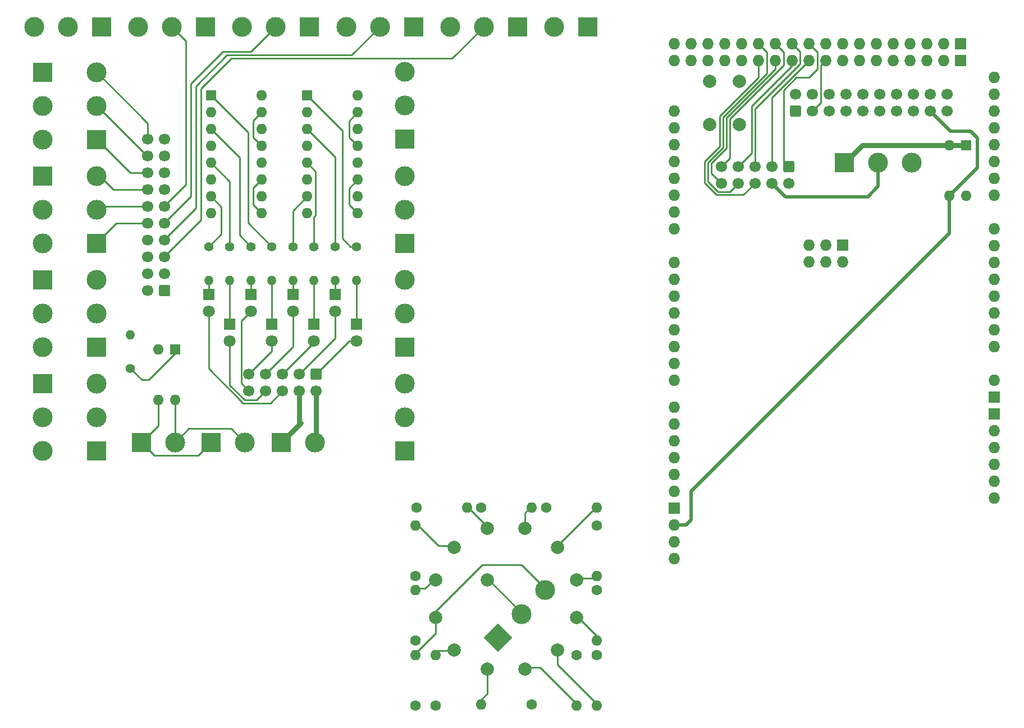
<source format=gbr>
%TF.GenerationSoftware,KiCad,Pcbnew,7.0.6*%
%TF.CreationDate,2023-09-19T13:45:42+08:00*%
%TF.ProjectId,ControlPanelPanelized,436f6e74-726f-46c5-9061-6e656c50616e,rev?*%
%TF.SameCoordinates,Original*%
%TF.FileFunction,Copper,L1,Top*%
%TF.FilePolarity,Positive*%
%FSLAX46Y46*%
G04 Gerber Fmt 4.6, Leading zero omitted, Abs format (unit mm)*
G04 Created by KiCad (PCBNEW 7.0.6) date 2023-09-19 13:45:42*
%MOMM*%
%LPD*%
G01*
G04 APERTURE LIST*
G04 Aperture macros list*
%AMRoundRect*
0 Rectangle with rounded corners*
0 $1 Rounding radius*
0 $2 $3 $4 $5 $6 $7 $8 $9 X,Y pos of 4 corners*
0 Add a 4 corners polygon primitive as box body*
4,1,4,$2,$3,$4,$5,$6,$7,$8,$9,$2,$3,0*
0 Add four circle primitives for the rounded corners*
1,1,$1+$1,$2,$3*
1,1,$1+$1,$4,$5*
1,1,$1+$1,$6,$7*
1,1,$1+$1,$8,$9*
0 Add four rect primitives between the rounded corners*
20,1,$1+$1,$2,$3,$4,$5,0*
20,1,$1+$1,$4,$5,$6,$7,0*
20,1,$1+$1,$6,$7,$8,$9,0*
20,1,$1+$1,$8,$9,$2,$3,0*%
%AMRotRect*
0 Rectangle, with rotation*
0 The origin of the aperture is its center*
0 $1 length*
0 $2 width*
0 $3 Rotation angle, in degrees counterclockwise*
0 Add horizontal line*
21,1,$1,$2,0,0,$3*%
G04 Aperture macros list end*
%TA.AperFunction,ComponentPad*%
%ADD10C,2.000000*%
%TD*%
%TA.AperFunction,ComponentPad*%
%ADD11C,1.600000*%
%TD*%
%TA.AperFunction,ComponentPad*%
%ADD12O,1.600000X1.600000*%
%TD*%
%TA.AperFunction,ComponentPad*%
%ADD13RotRect,3.000000X3.000000X45.000000*%
%TD*%
%TA.AperFunction,ComponentPad*%
%ADD14C,3.000000*%
%TD*%
%TA.AperFunction,ComponentPad*%
%ADD15RoundRect,0.250000X-0.600000X0.600000X-0.600000X-0.600000X0.600000X-0.600000X0.600000X0.600000X0*%
%TD*%
%TA.AperFunction,ComponentPad*%
%ADD16C,1.700000*%
%TD*%
%TA.AperFunction,ComponentPad*%
%ADD17RoundRect,0.250000X0.600000X-0.600000X0.600000X0.600000X-0.600000X0.600000X-0.600000X-0.600000X0*%
%TD*%
%TA.AperFunction,ComponentPad*%
%ADD18R,1.600000X1.600000*%
%TD*%
%TA.AperFunction,ComponentPad*%
%ADD19O,1.727200X1.727200*%
%TD*%
%TA.AperFunction,ComponentPad*%
%ADD20R,1.727200X1.727200*%
%TD*%
%TA.AperFunction,ComponentPad*%
%ADD21R,3.000000X3.000000*%
%TD*%
%TA.AperFunction,ComponentPad*%
%ADD22R,1.800000X1.800000*%
%TD*%
%TA.AperFunction,ComponentPad*%
%ADD23C,1.800000*%
%TD*%
%TA.AperFunction,ComponentPad*%
%ADD24C,1.400000*%
%TD*%
%TA.AperFunction,ComponentPad*%
%ADD25O,1.400000X1.400000*%
%TD*%
%TA.AperFunction,ComponentPad*%
%ADD26RoundRect,0.250000X0.600000X0.600000X-0.600000X0.600000X-0.600000X-0.600000X0.600000X-0.600000X0*%
%TD*%
%TA.AperFunction,Conductor*%
%ADD27C,0.250000*%
%TD*%
%TA.AperFunction,Conductor*%
%ADD28C,0.500000*%
%TD*%
%TA.AperFunction,Conductor*%
%ADD29C,0.750000*%
%TD*%
G04 APERTURE END LIST*
D10*
%TO.P,J8,1,Pin_1*%
%TO.N,N/C*%
X121867893Y-127360067D03*
%TD*%
%TO.P,J7,1,Pin_1*%
%TO.N,N/C*%
X124714902Y-122428902D03*
%TD*%
%TO.P,J1,1,Pin_1*%
%TO.N,N/C*%
X103464534Y-116734882D03*
%TD*%
%TO.P,J5,1,Pin_1*%
%TO.N,N/C*%
X121867892Y-111803717D03*
%TD*%
%TO.P,J13,1,Pin_1*%
%TO.N,N/C*%
X111261291Y-116753465D03*
%TD*%
%TO.P,J2,1,Pin_1*%
%TO.N,N/C*%
X106311542Y-111803718D03*
%TD*%
%TO.P,J11,1,Pin_1*%
%TO.N,N/C*%
X106311543Y-127360068D03*
%TD*%
%TO.P,J4,1,Pin_1*%
%TO.N,N/C*%
X116936728Y-108956709D03*
%TD*%
%TO.P,J10,1,Pin_1*%
%TO.N,Net-(J10-Pin_1)*%
X111242709Y-130207077D03*
%TD*%
%TO.P,J12,1,Pin_1*%
%TO.N,N/C*%
X103464535Y-122428902D03*
%TD*%
%TO.P,J9,1,Pin_1*%
%TO.N,N/C*%
X116936727Y-130207075D03*
%TD*%
%TO.P,J3,1,Pin_1*%
%TO.N,N/C*%
X111242709Y-108956709D03*
%TD*%
%TO.P,J6,1,Pin_1*%
%TO.N,N/C*%
X124714901Y-116734884D03*
%TD*%
D11*
%TO.P,R3,1*%
%TO.N,N/C*%
X100593291Y-105831465D03*
D12*
%TO.P,R3,2*%
X108213291Y-105831465D03*
%TD*%
D11*
%TO.P,R10,1*%
%TO.N,N/C*%
X117992291Y-135549465D03*
D12*
%TO.P,R10,2*%
%TO.N,Net-(J10-Pin_1)*%
X110372291Y-135549465D03*
%TD*%
D11*
%TO.P,R2,1*%
%TO.N,N/C*%
X100466291Y-116118465D03*
D12*
%TO.P,R2,2*%
X100466291Y-108498465D03*
%TD*%
D11*
%TO.P,R9,1*%
%TO.N,N/C*%
X124723291Y-128056465D03*
D12*
%TO.P,R9,2*%
X124723291Y-135676465D03*
%TD*%
D11*
%TO.P,R4,1*%
%TO.N,N/C*%
X110372291Y-105831465D03*
D12*
%TO.P,R4,2*%
X117992291Y-105831465D03*
%TD*%
D13*
%TO.P,J14,1,Pin_1*%
%TO.N,N/C*%
X112863424Y-125488747D03*
D14*
%TO.P,J14,2,Pin_2*%
X116455526Y-121896645D03*
%TO.P,J14,3,Pin_3*%
X120047629Y-118304542D03*
%TD*%
D11*
%TO.P,R6,1*%
%TO.N,N/C*%
X127771291Y-108498465D03*
D12*
%TO.P,R6,2*%
X127771291Y-116118465D03*
%TD*%
D11*
%TO.P,R11,1*%
%TO.N,Net-(J10-Pin_1)*%
X103514291Y-135676465D03*
D12*
%TO.P,R11,2*%
%TO.N,N/C*%
X103514291Y-128056465D03*
%TD*%
D11*
%TO.P,R7,1*%
%TO.N,N/C*%
X127771291Y-118277465D03*
D12*
%TO.P,R7,2*%
X127771291Y-125897465D03*
%TD*%
D11*
%TO.P,R8,1*%
%TO.N,N/C*%
X127771291Y-128056465D03*
D12*
%TO.P,R8,2*%
X127771291Y-135676465D03*
%TD*%
D11*
%TO.P,R5,1*%
%TO.N,N/C*%
X120151291Y-105831465D03*
D12*
%TO.P,R5,2*%
X127771291Y-105831465D03*
%TD*%
D11*
%TO.P,R1,1*%
%TO.N,N/C*%
X100466291Y-125897465D03*
D12*
%TO.P,R1,2*%
X100466291Y-118277465D03*
%TD*%
D11*
%TO.P,R12,1*%
%TO.N,N/C*%
X100466291Y-135676465D03*
D12*
%TO.P,R12,2*%
X100466291Y-128056465D03*
%TD*%
D15*
%TO.P,J3,1,Pin_1*%
%TO.N,/A_ON*%
X156718000Y-54356000D03*
D16*
%TO.P,J3,2,Pin_2*%
%TO.N,/GND*%
X156718000Y-56896000D03*
%TO.P,J3,3,Pin_3*%
%TO.N,/A_OFF*%
X154178000Y-54356000D03*
%TO.P,J3,4,Pin_4*%
%TO.N,/3V3*%
X154178000Y-56896000D03*
%TO.P,J3,5,Pin_5*%
%TO.N,/B_ON*%
X151638000Y-54356000D03*
%TO.P,J3,6,Pin_6*%
%TO.N,/D30*%
X151638000Y-56896000D03*
%TO.P,J3,7,Pin_7*%
%TO.N,/B_OFF*%
X149098000Y-54356000D03*
%TO.P,J3,8,Pin_8*%
%TO.N,/D31*%
X149098000Y-56896000D03*
%TO.P,J3,9,Pin_9*%
%TO.N,/C_ON*%
X146558000Y-54356000D03*
%TO.P,J3,10,Pin_10*%
%TO.N,/C_OFF*%
X146558000Y-56896000D03*
%TD*%
D17*
%TO.P,J1,1,Pin_1*%
%TO.N,/D39*%
X157734000Y-45974000D03*
D16*
%TO.P,J1,2,Pin_2*%
%TO.N,/D40*%
X157734000Y-43434000D03*
%TO.P,J1,3,Pin_3*%
%TO.N,/D38*%
X160274000Y-45974000D03*
%TO.P,J1,4,Pin_4*%
%TO.N,/D41*%
X160274000Y-43434000D03*
%TO.P,J1,5,Pin_5*%
%TO.N,/A0*%
X162814000Y-45974000D03*
%TO.P,J1,6,Pin_6*%
%TO.N,/D42*%
X162814000Y-43434000D03*
%TO.P,J1,7,Pin_7*%
%TO.N,/A1*%
X165354000Y-45974000D03*
%TO.P,J1,8,Pin_8*%
%TO.N,/D43*%
X165354000Y-43434000D03*
%TO.P,J1,9,Pin_9*%
%TO.N,/A2*%
X167894000Y-45974000D03*
%TO.P,J1,10,Pin_10*%
%TO.N,/D44*%
X167894000Y-43434000D03*
%TO.P,J1,11,Pin_11*%
%TO.N,/A3*%
X170434000Y-45974000D03*
%TO.P,J1,12,Pin_12*%
%TO.N,/D45*%
X170434000Y-43434000D03*
%TO.P,J1,13,Pin_13*%
%TO.N,/A4*%
X172974000Y-45974000D03*
%TO.P,J1,14,Pin_14*%
%TO.N,/D46*%
X172974000Y-43434000D03*
%TO.P,J1,15,Pin_15*%
%TO.N,N/C*%
X175514000Y-45974000D03*
%TO.P,J1,16,Pin_16*%
%TO.N,/D47*%
X175514000Y-43434000D03*
%TO.P,J1,17,Pin_17*%
%TO.N,/AREF*%
X178054000Y-45974000D03*
%TO.P,J1,18,Pin_18*%
%TO.N,/D48*%
X178054000Y-43434000D03*
%TO.P,J1,19,Pin_19*%
%TO.N,/GND*%
X180594000Y-45974000D03*
%TO.P,J1,20,Pin_20*%
%TO.N,/D49*%
X180594000Y-43434000D03*
%TD*%
D18*
%TO.P,SW2,1*%
%TO.N,/5V*%
X183482000Y-51134000D03*
D12*
%TO.P,SW2,2*%
X180942000Y-51134000D03*
%TO.P,SW2,3*%
%TO.N,/AREF*%
X180942000Y-58754000D03*
%TO.P,SW2,4*%
%TO.N,/VIN*%
X183482000Y-58754000D03*
%TD*%
D19*
%TO.P,XA1,*%
%TO.N,*%
X187706000Y-104394000D03*
%TO.P,XA1,3V3,3.3V*%
%TO.N,N/C*%
X187706000Y-96774000D03*
%TO.P,XA1,5V1,5V*%
X187706000Y-94234000D03*
%TO.P,XA1,5V2,SPI_5V*%
X159766000Y-66167000D03*
%TO.P,XA1,5V3,5V*%
X139446000Y-38354000D03*
%TO.P,XA1,5V4,5V*%
X139446000Y-35814000D03*
%TO.P,XA1,A0,A0*%
%TO.N,/A0*%
X187706000Y-81534000D03*
%TO.P,XA1,A1,A1*%
%TO.N,/A1*%
X187706000Y-78994000D03*
%TO.P,XA1,A2,A2*%
%TO.N,/A2*%
X187706000Y-76454000D03*
%TO.P,XA1,A3,A3*%
%TO.N,/A3*%
X187706000Y-73914000D03*
%TO.P,XA1,A4,A4*%
%TO.N,/A4*%
X187706000Y-71374000D03*
%TO.P,XA1,A5,A5*%
%TO.N,N/C*%
X187706000Y-68834000D03*
%TO.P,XA1,A6,A6*%
X187706000Y-66294000D03*
%TO.P,XA1,A7,A7*%
X187706000Y-63754000D03*
%TO.P,XA1,A8,A8*%
X187706000Y-58674000D03*
%TO.P,XA1,A9,A9*%
X187706000Y-56134000D03*
%TO.P,XA1,A10,A10*%
X187706000Y-53594000D03*
%TO.P,XA1,A11,A11*%
X187706000Y-51054000D03*
%TO.P,XA1,A12,A12*%
X187706000Y-48514000D03*
%TO.P,XA1,A13,A13*%
X187706000Y-45974000D03*
%TO.P,XA1,A14,A14*%
X187706000Y-43434000D03*
%TO.P,XA1,A15,A15*%
X187706000Y-40894000D03*
%TO.P,XA1,AREF,AREF*%
%TO.N,/AREF*%
X139446000Y-108458000D03*
%TO.P,XA1,D0,D0/RX0*%
%TO.N,N/C*%
X139446000Y-68834000D03*
%TO.P,XA1,D1,D1/TX0*%
X139446000Y-71374000D03*
%TO.P,XA1,D2,D2_INT0*%
X139446000Y-73914000D03*
%TO.P,XA1,D3,D3_INT1*%
X139446000Y-76454000D03*
%TO.P,XA1,D4,D4*%
X139446000Y-78994000D03*
%TO.P,XA1,D5,D5*%
X139446000Y-81534000D03*
%TO.P,XA1,D6,D6*%
X139446000Y-84074000D03*
%TO.P,XA1,D7,D7*%
X139446000Y-86614000D03*
%TO.P,XA1,D8,D8*%
X139446000Y-90678000D03*
%TO.P,XA1,D9,D9*%
X139446000Y-93218000D03*
%TO.P,XA1,D10,D10*%
X139446000Y-95758000D03*
%TO.P,XA1,D11,D11*%
X139446000Y-98298000D03*
%TO.P,XA1,D12,D12*%
X139446000Y-100838000D03*
%TO.P,XA1,D13,D13*%
X139446000Y-103378000D03*
%TO.P,XA1,D14,D14/TX3*%
X139446000Y-63754000D03*
%TO.P,XA1,D15,D15/RX3*%
X139446000Y-61214000D03*
%TO.P,XA1,D16,D16/TX2*%
X139446000Y-58674000D03*
%TO.P,XA1,D17,D17/RX2*%
X139446000Y-56134000D03*
%TO.P,XA1,D18,D18/TX1*%
X139446000Y-53594000D03*
%TO.P,XA1,D19,D19/RX1*%
X139446000Y-51054000D03*
%TO.P,XA1,D20,D20/SDA*%
X139446000Y-48514000D03*
%TO.P,XA1,D21,D21/SCL*%
X139446000Y-45974000D03*
%TO.P,XA1,D22,D22*%
X141986000Y-38354000D03*
%TO.P,XA1,D23,D23*%
X141986000Y-35814000D03*
%TO.P,XA1,D24,D24*%
X144526000Y-38354000D03*
%TO.P,XA1,D25,D25*%
X144526000Y-35814000D03*
%TO.P,XA1,D26,D26*%
X147066000Y-38354000D03*
%TO.P,XA1,D27,D27*%
X147066000Y-35814000D03*
%TO.P,XA1,D28,D28*%
X149606000Y-38354000D03*
%TO.P,XA1,D29,D29*%
X149606000Y-35814000D03*
%TO.P,XA1,D30,D30*%
%TO.N,/D30*%
X152146000Y-38354000D03*
%TO.P,XA1,D31,D31*%
%TO.N,/D31*%
X152146000Y-35814000D03*
%TO.P,XA1,D32,D32*%
%TO.N,/C_OFF*%
X154686000Y-38354000D03*
%TO.P,XA1,D33,D33*%
%TO.N,/C_ON*%
X154686000Y-35814000D03*
%TO.P,XA1,D34,D34*%
%TO.N,/B_OFF*%
X157226000Y-38354000D03*
%TO.P,XA1,D35,D35*%
%TO.N,/B_ON*%
X157226000Y-35814000D03*
%TO.P,XA1,D36,D36*%
%TO.N,/A_OFF*%
X159766000Y-38354000D03*
%TO.P,XA1,D37,D37*%
%TO.N,/A_ON*%
X159766000Y-35814000D03*
%TO.P,XA1,D38,D38*%
%TO.N,/D38*%
X162306000Y-38354000D03*
%TO.P,XA1,D39,D39*%
%TO.N,/D39*%
X162306000Y-35814000D03*
%TO.P,XA1,D40,D40*%
%TO.N,/D40*%
X164846000Y-38354000D03*
%TO.P,XA1,D41,D41*%
%TO.N,/D41*%
X164846000Y-35814000D03*
%TO.P,XA1,D42,D42*%
%TO.N,/D42*%
X167386000Y-38354000D03*
%TO.P,XA1,D43,D43*%
%TO.N,/D43*%
X167386000Y-35814000D03*
%TO.P,XA1,D44,D44*%
%TO.N,/D44*%
X169926000Y-38354000D03*
%TO.P,XA1,D45,D45*%
%TO.N,/D45*%
X169926000Y-35814000D03*
%TO.P,XA1,D46,D46*%
%TO.N,/D46*%
X172466000Y-38354000D03*
%TO.P,XA1,D47,D47*%
%TO.N,/D47*%
X172466000Y-35814000D03*
%TO.P,XA1,D48,D48*%
%TO.N,/D48*%
X175006000Y-38354000D03*
%TO.P,XA1,D49,D49*%
%TO.N,/D49*%
X175006000Y-35814000D03*
%TO.P,XA1,D50,D50_MISO*%
%TO.N,N/C*%
X177546000Y-38354000D03*
%TO.P,XA1,D51,D51_MOSI*%
X177546000Y-35814000D03*
%TO.P,XA1,D52,D52_SCK*%
X180086000Y-38354000D03*
%TO.P,XA1,D53,D53_CS*%
X180086000Y-35814000D03*
D20*
%TO.P,XA1,GND1,GND*%
%TO.N,/GND*%
X139446000Y-105918000D03*
%TO.P,XA1,GND2,GND*%
X187706000Y-91694000D03*
%TO.P,XA1,GND3,GND*%
X187706000Y-89154000D03*
%TO.P,XA1,GND4,SPI_GND*%
X164846000Y-66167000D03*
%TO.P,XA1,GND5,GND*%
X182626000Y-38354000D03*
%TO.P,XA1,GND6,GND*%
X182626000Y-35814000D03*
D19*
%TO.P,XA1,IORF,IOREF*%
%TO.N,N/C*%
X187706000Y-101854000D03*
%TO.P,XA1,MISO,SPI_MISO*%
X159766000Y-68707000D03*
%TO.P,XA1,MOSI,SPI_MOSI*%
X162306000Y-66167000D03*
%TO.P,XA1,RST1,RESET*%
%TO.N,/RST*%
X187706000Y-99314000D03*
%TO.P,XA1,RST2,SPI_RESET*%
%TO.N,N/C*%
X164846000Y-68707000D03*
%TO.P,XA1,SCK,SPI_SCK*%
X162306000Y-68707000D03*
%TO.P,XA1,SCL,SCL*%
X139446000Y-113538000D03*
%TO.P,XA1,SDA,SDA*%
X139446000Y-110998000D03*
%TO.P,XA1,VIN,VIN*%
X187706000Y-86614000D03*
%TD*%
D21*
%TO.P,J2,1,Pin_1*%
%TO.N,/5V*%
X165174000Y-53784000D03*
D14*
%TO.P,J2,2,Pin_2*%
%TO.N,/3V3*%
X170254000Y-53784000D03*
%TO.P,J2,3,Pin_3*%
%TO.N,/GND*%
X175334000Y-53784000D03*
%TD*%
D10*
%TO.P,SW1,1,1*%
%TO.N,/GND*%
X149316000Y-41454000D03*
X149316000Y-47954000D03*
%TO.P,SW1,2,2*%
%TO.N,/RST*%
X144816000Y-41454000D03*
X144816000Y-47954000D03*
%TD*%
D22*
%TO.P,D8,1,K*%
%TO.N,Net-(D8-K)*%
X69289400Y-73647600D03*
D23*
%TO.P,D8,2,A*%
%TO.N,N/C*%
X69289400Y-76187600D03*
%TD*%
D22*
%TO.P,D7,1,K*%
%TO.N,Net-(D7-K)*%
X72464400Y-78147600D03*
D23*
%TO.P,D7,2,A*%
%TO.N,N/C*%
X72464400Y-80687600D03*
%TD*%
D22*
%TO.P,D5,1,K*%
%TO.N,Net-(D5-K)*%
X78814400Y-78147600D03*
D23*
%TO.P,D5,2,A*%
%TO.N,/C_ON*%
X78814400Y-80687600D03*
%TD*%
D22*
%TO.P,D2,1,K*%
%TO.N,Net-(D2-K)*%
X88339400Y-73647600D03*
D23*
%TO.P,D2,2,A*%
%TO.N,/A_OFF*%
X88339400Y-76187600D03*
%TD*%
D21*
%TO.P,J12,1,Pin_1*%
%TO.N,/5V*%
X126401400Y-33273000D03*
D14*
%TO.P,J12,2,Pin_2*%
%TO.N,/GND*%
X121321400Y-33273000D03*
%TD*%
D22*
%TO.P,D4,1,K*%
%TO.N,Net-(D4-K)*%
X81989400Y-73647600D03*
D23*
%TO.P,D4,2,A*%
%TO.N,/B_OFF*%
X81989400Y-76187600D03*
%TD*%
D22*
%TO.P,D1,1,K*%
%TO.N,Net-(D1-K)*%
X91523050Y-78142200D03*
D23*
%TO.P,D1,2,A*%
%TO.N,/A_ON*%
X91523050Y-80682200D03*
%TD*%
D22*
%TO.P,D6,1,K*%
%TO.N,Net-(D6-K)*%
X75639400Y-73647600D03*
D23*
%TO.P,D6,2,A*%
%TO.N,/C_OFF*%
X75639400Y-76187600D03*
%TD*%
D22*
%TO.P,D3,1,K*%
%TO.N,Net-(D3-K)*%
X85164400Y-78147600D03*
D23*
%TO.P,D3,2,A*%
%TO.N,/B_ON*%
X85164400Y-80687600D03*
%TD*%
D15*
%TO.P,IDC_RF1,1,Pin_1*%
%TO.N,/A_ON*%
X85493800Y-85661000D03*
D16*
%TO.P,IDC_RF1,2,Pin_2*%
%TO.N,/GND*%
X85493800Y-88201000D03*
%TO.P,IDC_RF1,3,Pin_3*%
%TO.N,/A_OFF*%
X82953800Y-85661000D03*
%TO.P,IDC_RF1,4,Pin_4*%
%TO.N,/3V3*%
X82953800Y-88201000D03*
%TO.P,IDC_RF1,5,Pin_5*%
%TO.N,/B_ON*%
X80413800Y-85661000D03*
%TO.P,IDC_RF1,6,Pin_6*%
%TO.N,N/C*%
X80413800Y-88201000D03*
%TO.P,IDC_RF1,7,Pin_7*%
%TO.N,/B_OFF*%
X77873800Y-85661000D03*
%TO.P,IDC_RF1,8,Pin_8*%
%TO.N,N/C*%
X77873800Y-88201000D03*
%TO.P,IDC_RF1,9,Pin_9*%
%TO.N,/C_ON*%
X75333800Y-85661000D03*
%TO.P,IDC_RF1,10,Pin_10*%
%TO.N,/C_OFF*%
X75333800Y-88201000D03*
%TD*%
D21*
%TO.P,J19,1,Pin_1*%
%TO.N,Net-(J19-Pin_1)*%
X98863400Y-65906400D03*
D14*
%TO.P,J19,2,Pin_2*%
%TO.N,Net-(J19-Pin_2)*%
X98863400Y-60826400D03*
%TO.P,J19,3,Pin_3*%
%TO.N,Net-(J19-Pin_3)*%
X98863400Y-55746400D03*
%TD*%
D24*
%TO.P,R1,1*%
%TO.N,Net-(R1-Pad1)*%
X57456800Y-84807600D03*
D25*
%TO.P,R1,2*%
%TO.N,/5V*%
X57456800Y-79727600D03*
%TD*%
D21*
%TO.P,J5,1,Pin_1*%
%TO.N,N/C*%
X52317400Y-50251200D03*
D14*
%TO.P,J5,2,Pin_2*%
X52317400Y-45171200D03*
%TO.P,J5,3,Pin_3*%
X52317400Y-40091200D03*
%TD*%
D24*
%TO.P,R2,1*%
%TO.N,Net-(R2-Pad1)*%
X91523050Y-66408600D03*
D25*
%TO.P,R2,2*%
%TO.N,Net-(D1-K)*%
X91523050Y-71488600D03*
%TD*%
D21*
%TO.P,J20,1,Pin_1*%
%TO.N,Net-(J20-Pin_1)*%
X98863400Y-81578200D03*
D14*
%TO.P,J20,2,Pin_2*%
%TO.N,Net-(J20-Pin_2)*%
X98863400Y-76498200D03*
%TO.P,J20,3,Pin_3*%
%TO.N,Net-(J20-Pin_3)*%
X98863400Y-71418200D03*
%TD*%
D18*
%TO.P,U1,1*%
%TO.N,Net-(R1-Pad1)*%
X64171400Y-81962600D03*
D12*
%TO.P,U1,2*%
%TO.N,N/C*%
X61631400Y-81962600D03*
%TO.P,U1,3*%
%TO.N,Net-(J10-Pin_1)*%
X61631400Y-89582600D03*
%TO.P,U1,4*%
%TO.N,Net-(J10-Pin_2)*%
X64171400Y-89582600D03*
%TD*%
D21*
%TO.P,J2,1,Pin_1*%
%TO.N,/GND*%
X44253400Y-55767400D03*
D14*
%TO.P,J2,2,Pin_2*%
X44253400Y-60847400D03*
%TO.P,J2,3,Pin_3*%
X44253400Y-65927400D03*
%TD*%
D21*
%TO.P,J17,1,Pin_1*%
%TO.N,/5V*%
X115824000Y-33274000D03*
D14*
%TO.P,J17,2,Pin_2*%
%TO.N,N/C*%
X110744000Y-33274000D03*
%TO.P,J17,3,Pin_3*%
%TO.N,/GND*%
X105664000Y-33274000D03*
%TD*%
D24*
%TO.P,R9,1*%
%TO.N,Net-(R9-Pad1)*%
X69289400Y-66414000D03*
D25*
%TO.P,R9,2*%
%TO.N,Net-(D8-K)*%
X69289400Y-71494000D03*
%TD*%
D24*
%TO.P,R4,1*%
%TO.N,Net-(R4-Pad1)*%
X85164400Y-66414000D03*
D25*
%TO.P,R4,2*%
%TO.N,Net-(D3-K)*%
X85164400Y-71494000D03*
%TD*%
D21*
%TO.P,J3,1,Pin_1*%
%TO.N,/GND*%
X44253400Y-71439200D03*
D14*
%TO.P,J3,2,Pin_2*%
X44253400Y-76519200D03*
%TO.P,J3,3,Pin_3*%
X44253400Y-81599200D03*
%TD*%
D21*
%TO.P,J15,1,Pin_1*%
%TO.N,/5V*%
X84480400Y-33274000D03*
D14*
%TO.P,J15,2,Pin_2*%
%TO.N,N/C*%
X79400400Y-33274000D03*
%TO.P,J15,3,Pin_3*%
%TO.N,/GND*%
X74320400Y-33274000D03*
%TD*%
D24*
%TO.P,R8,1*%
%TO.N,Net-(R8-Pad1)*%
X72464400Y-66414000D03*
D25*
%TO.P,R8,2*%
%TO.N,Net-(D7-K)*%
X72464400Y-71494000D03*
%TD*%
D21*
%TO.P,J21,1,Pin_1*%
%TO.N,Net-(J21-Pin_1)*%
X98863400Y-97247800D03*
D14*
%TO.P,J21,2,Pin_2*%
%TO.N,Net-(J21-Pin_2)*%
X98863400Y-92167800D03*
%TO.P,J21,3,Pin_3*%
%TO.N,Net-(J21-Pin_3)*%
X98863400Y-87087800D03*
%TD*%
D24*
%TO.P,R6,1*%
%TO.N,Net-(R6-Pad1)*%
X78814400Y-66414000D03*
D25*
%TO.P,R6,2*%
%TO.N,Net-(D5-K)*%
X78814400Y-71494000D03*
%TD*%
D21*
%TO.P,J10,1,Pin_1*%
%TO.N,Net-(J10-Pin_1)*%
X69657800Y-95986600D03*
D14*
%TO.P,J10,2,Pin_2*%
%TO.N,Net-(J10-Pin_2)*%
X74737800Y-95986600D03*
%TD*%
D18*
%TO.P,U3,1*%
%TO.N,Net-(R6-Pad1)*%
X69589400Y-43624000D03*
D12*
%TO.P,U3,2*%
%TO.N,/GND*%
X69589400Y-46164000D03*
%TO.P,U3,3*%
%TO.N,Net-(R7-Pad1)*%
X69589400Y-48704000D03*
%TO.P,U3,4*%
%TO.N,/GND*%
X69589400Y-51244000D03*
%TO.P,U3,5*%
%TO.N,Net-(R8-Pad1)*%
X69589400Y-53784000D03*
%TO.P,U3,6*%
%TO.N,/GND*%
X69589400Y-56324000D03*
%TO.P,U3,7*%
%TO.N,Net-(R9-Pad1)*%
X69589400Y-58864000D03*
%TO.P,U3,8*%
%TO.N,/GND*%
X69589400Y-61404000D03*
%TO.P,U3,9*%
%TO.N,Net-(J21-Pin_1)*%
X77209400Y-61404000D03*
%TO.P,U3,10*%
%TO.N,Net-(J21-Pin_2)*%
X77209400Y-58864000D03*
%TO.P,U3,11*%
%TO.N,Net-(J21-Pin_1)*%
X77209400Y-56324000D03*
%TO.P,U3,12*%
%TO.N,Net-(J21-Pin_3)*%
X77209400Y-53784000D03*
%TO.P,U3,13*%
%TO.N,Net-(J20-Pin_1)*%
X77209400Y-51244000D03*
%TO.P,U3,14*%
%TO.N,Net-(J20-Pin_2)*%
X77209400Y-48704000D03*
%TO.P,U3,15*%
%TO.N,Net-(J20-Pin_1)*%
X77209400Y-46164000D03*
%TO.P,U3,16*%
%TO.N,Net-(J20-Pin_3)*%
X77209400Y-43624000D03*
%TD*%
D21*
%TO.P,J7,1,Pin_1*%
%TO.N,N/C*%
X52317400Y-81599200D03*
D14*
%TO.P,J7,2,Pin_2*%
X52317400Y-76519200D03*
%TO.P,J7,3,Pin_3*%
X52317400Y-71439200D03*
%TD*%
D21*
%TO.P,J9,1,Pin_1*%
%TO.N,Net-(J10-Pin_1)*%
X59091400Y-95986600D03*
D14*
%TO.P,J9,2,Pin_2*%
%TO.N,Net-(J10-Pin_2)*%
X64171400Y-95986600D03*
%TD*%
D24*
%TO.P,R5,1*%
%TO.N,Net-(R5-Pad1)*%
X81989400Y-66414000D03*
D25*
%TO.P,R5,2*%
%TO.N,Net-(D4-K)*%
X81989400Y-71494000D03*
%TD*%
D21*
%TO.P,J13,1,Pin_1*%
%TO.N,/5V*%
X53132400Y-33274000D03*
D14*
%TO.P,J13,2,Pin_2*%
%TO.N,N/C*%
X48052400Y-33274000D03*
%TO.P,J13,3,Pin_3*%
%TO.N,/GND*%
X42972400Y-33274000D03*
%TD*%
D26*
%TO.P,J11,1,Pin_1*%
%TO.N,N/C*%
X62626800Y-73076000D03*
D16*
%TO.P,J11,2,Pin_2*%
X60086800Y-73076000D03*
%TO.P,J11,3,Pin_3*%
X62626800Y-70536000D03*
%TO.P,J11,4,Pin_4*%
X60086800Y-70536000D03*
%TO.P,J11,5,Pin_5*%
X62626800Y-67996000D03*
%TO.P,J11,6,Pin_6*%
X60086800Y-67996000D03*
%TO.P,J11,7,Pin_7*%
X62626800Y-65456000D03*
%TO.P,J11,8,Pin_8*%
X60086800Y-65456000D03*
%TO.P,J11,9,Pin_9*%
X62626800Y-62916000D03*
%TO.P,J11,10,Pin_10*%
X60086800Y-62916000D03*
%TO.P,J11,11,Pin_11*%
X62626800Y-60376000D03*
%TO.P,J11,12,Pin_12*%
X60086800Y-60376000D03*
%TO.P,J11,13,Pin_13*%
X62626800Y-57836000D03*
%TO.P,J11,14,Pin_14*%
X60086800Y-57836000D03*
%TO.P,J11,15,Pin_15*%
%TO.N,unconnected-(J11-Pin_15-Pad15)*%
X62626800Y-55296000D03*
%TO.P,J11,16,Pin_16*%
%TO.N,N/C*%
X60086800Y-55296000D03*
%TO.P,J11,17,Pin_17*%
%TO.N,/5V*%
X62626800Y-52756000D03*
%TO.P,J11,18,Pin_18*%
%TO.N,N/C*%
X60086800Y-52756000D03*
%TO.P,J11,19,Pin_19*%
%TO.N,/GND*%
X62626800Y-50216000D03*
%TO.P,J11,20,Pin_20*%
%TO.N,N/C*%
X60086800Y-50216000D03*
%TD*%
D21*
%TO.P,J14,1,Pin_1*%
%TO.N,/5V*%
X68808600Y-33274000D03*
D14*
%TO.P,J14,2,Pin_2*%
%TO.N,N/C*%
X63728600Y-33274000D03*
%TO.P,J14,3,Pin_3*%
%TO.N,/GND*%
X58648600Y-33274000D03*
%TD*%
D21*
%TO.P,J4,1,Pin_1*%
%TO.N,/GND*%
X44253400Y-87108800D03*
D14*
%TO.P,J4,2,Pin_2*%
X44253400Y-92188800D03*
%TO.P,J4,3,Pin_3*%
X44253400Y-97268800D03*
%TD*%
D21*
%TO.P,J6,1,Pin_1*%
%TO.N,N/C*%
X52317400Y-65927400D03*
D14*
%TO.P,J6,2,Pin_2*%
X52317400Y-60847400D03*
%TO.P,J6,3,Pin_3*%
X52317400Y-55767400D03*
%TD*%
D21*
%TO.P,J22,1,Pin_1*%
%TO.N,/3V3*%
X80239800Y-95986600D03*
D14*
%TO.P,J22,2,Pin_2*%
%TO.N,/GND*%
X85319800Y-95986600D03*
%TD*%
D21*
%TO.P,J1,1,Pin_1*%
%TO.N,/GND*%
X44253400Y-40091200D03*
D14*
%TO.P,J1,2,Pin_2*%
X44253400Y-45171200D03*
%TO.P,J1,3,Pin_3*%
X44253400Y-50251200D03*
%TD*%
D21*
%TO.P,J18,1,Pin_1*%
%TO.N,Net-(J18-Pin_1)*%
X98863400Y-50230200D03*
D14*
%TO.P,J18,2,Pin_2*%
%TO.N,Net-(J18-Pin_2)*%
X98863400Y-45150200D03*
%TO.P,J18,3,Pin_3*%
%TO.N,Net-(J18-Pin_3)*%
X98863400Y-40070200D03*
%TD*%
D24*
%TO.P,R7,1*%
%TO.N,Net-(R7-Pad1)*%
X75639400Y-66414000D03*
D25*
%TO.P,R7,2*%
%TO.N,Net-(D6-K)*%
X75639400Y-71494000D03*
%TD*%
D21*
%TO.P,J16,1,Pin_1*%
%TO.N,/5V*%
X100152200Y-33274000D03*
D14*
%TO.P,J16,2,Pin_2*%
%TO.N,N/C*%
X95072200Y-33274000D03*
%TO.P,J16,3,Pin_3*%
%TO.N,/GND*%
X89992200Y-33274000D03*
%TD*%
D24*
%TO.P,R3,1*%
%TO.N,Net-(R3-Pad1)*%
X88339400Y-66414000D03*
D25*
%TO.P,R3,2*%
%TO.N,Net-(D2-K)*%
X88339400Y-71494000D03*
%TD*%
D21*
%TO.P,J8,1,Pin_1*%
%TO.N,N/C*%
X52317400Y-97268800D03*
D14*
%TO.P,J8,2,Pin_2*%
X52317400Y-92188800D03*
%TO.P,J8,3,Pin_3*%
X52317400Y-87108800D03*
%TD*%
D18*
%TO.P,U2,1*%
%TO.N,Net-(R2-Pad1)*%
X84123050Y-43624000D03*
D12*
%TO.P,U2,2*%
%TO.N,/GND*%
X84123050Y-46164000D03*
%TO.P,U2,3*%
%TO.N,Net-(R3-Pad1)*%
X84123050Y-48704000D03*
%TO.P,U2,4*%
%TO.N,/GND*%
X84123050Y-51244000D03*
%TO.P,U2,5*%
%TO.N,Net-(R4-Pad1)*%
X84123050Y-53784000D03*
%TO.P,U2,6*%
%TO.N,/GND*%
X84123050Y-56324000D03*
%TO.P,U2,7*%
%TO.N,Net-(R5-Pad1)*%
X84123050Y-58864000D03*
%TO.P,U2,8*%
%TO.N,/GND*%
X84123050Y-61404000D03*
%TO.P,U2,9*%
%TO.N,Net-(J19-Pin_1)*%
X91743050Y-61404000D03*
%TO.P,U2,10*%
%TO.N,Net-(J19-Pin_2)*%
X91743050Y-58864000D03*
%TO.P,U2,11*%
%TO.N,Net-(J19-Pin_1)*%
X91743050Y-56324000D03*
%TO.P,U2,12*%
%TO.N,Net-(J19-Pin_3)*%
X91743050Y-53784000D03*
%TO.P,U2,13*%
%TO.N,Net-(J18-Pin_1)*%
X91743050Y-51244000D03*
%TO.P,U2,14*%
%TO.N,Net-(J18-Pin_2)*%
X91743050Y-48704000D03*
%TO.P,U2,15*%
%TO.N,Net-(J18-Pin_1)*%
X91743050Y-46164000D03*
%TO.P,U2,16*%
%TO.N,Net-(J18-Pin_3)*%
X91743050Y-43624000D03*
%TD*%
D27*
%TO.N,*%
X116404471Y-121642645D02*
X116455526Y-121642645D01*
X111261291Y-116499465D02*
X116404471Y-121642645D01*
X103464535Y-122174902D02*
X103464535Y-124804221D01*
X103464535Y-121502221D02*
X110499291Y-114467465D01*
%TO.N,Net-(J10-Pin_1)*%
X111242709Y-129953077D02*
X111242709Y-133917047D01*
%TO.N,*%
X100593291Y-108244465D02*
X100466291Y-108244465D01*
X103895291Y-127421465D02*
X103514291Y-127802465D01*
X105996146Y-127421465D02*
X103895291Y-127421465D01*
X106311542Y-111549718D02*
X103898544Y-111549718D01*
X127771291Y-125231291D02*
X127771291Y-125643465D01*
X103898544Y-111549718D02*
X100593291Y-108244465D01*
X111242709Y-108702709D02*
X108213291Y-105673291D01*
X124714902Y-122174902D02*
X127771291Y-125231291D01*
%TO.N,Net-(J10-Pin_1)*%
X111242709Y-133917047D02*
X110372291Y-134787465D01*
%TO.N,*%
X121867893Y-127106067D02*
X121867893Y-129519067D01*
X127154872Y-116480884D02*
X127771291Y-115864465D01*
X116936728Y-106633028D02*
X117992291Y-105577465D01*
X121867892Y-111549717D02*
X127771291Y-105646318D01*
X121867893Y-129519067D02*
X127771291Y-135422465D01*
X103464535Y-122174902D02*
X103464535Y-121502221D01*
X124714901Y-116480884D02*
X127154872Y-116480884D01*
X103464535Y-124804221D02*
X100466291Y-127802465D01*
X110499291Y-114467465D02*
X116464552Y-114467465D01*
X116464552Y-114467465D02*
X120047629Y-118050542D01*
X116936727Y-129953075D02*
X119253901Y-129953075D01*
X106311543Y-127106068D02*
X105996146Y-127421465D01*
X119253901Y-129953075D02*
X124723291Y-135422465D01*
X116936728Y-108702709D02*
X116936728Y-106633028D01*
X101921951Y-118023465D02*
X100466291Y-118023465D01*
X103464534Y-116480882D02*
X101921951Y-118023465D01*
%TO.N,/B_OFF*%
X151130000Y-45212000D02*
X157226000Y-39116000D01*
X151130000Y-52324000D02*
X151130000Y-45212000D01*
X149098000Y-54356000D02*
X151130000Y-52324000D01*
X157226000Y-39116000D02*
X157226000Y-38354000D01*
%TO.N,/A_ON*%
X161036000Y-37084000D02*
X159766000Y-35814000D01*
X161036000Y-39624000D02*
X161036000Y-37084000D01*
X159766000Y-40894000D02*
X161036000Y-39624000D01*
X157862396Y-40894000D02*
X159766000Y-40894000D01*
X155956000Y-42800396D02*
X157862396Y-40894000D01*
X155956000Y-53594000D02*
X155956000Y-42800396D01*
X156718000Y-54356000D02*
X155956000Y-53594000D01*
%TO.N,/D38*%
X161544000Y-39116000D02*
X162306000Y-38354000D01*
X160274000Y-45974000D02*
X161544000Y-44704000D01*
X161544000Y-44704000D02*
X161544000Y-39116000D01*
%TO.N,/D30*%
X144018000Y-53591208D02*
X146304000Y-51305208D01*
X149918000Y-58616000D02*
X145863604Y-58616000D01*
X152146000Y-40894000D02*
X152146000Y-38354000D01*
X145863604Y-58616000D02*
X144018000Y-56770396D01*
X144018000Y-56770396D02*
X144018000Y-53591208D01*
X146304000Y-46736000D02*
X152146000Y-40894000D01*
X146304000Y-51305208D02*
X146304000Y-46736000D01*
X151638000Y-56896000D02*
X149918000Y-58616000D01*
%TO.N,/C_OFF*%
X154686000Y-39626792D02*
X154686000Y-38354000D01*
X147320000Y-51562000D02*
X147320000Y-46992792D01*
X147320000Y-46992792D02*
X154686000Y-39626792D01*
X145034000Y-53848000D02*
X147320000Y-51562000D01*
X146558000Y-56896000D02*
X145034000Y-55372000D01*
X145034000Y-55372000D02*
X145034000Y-53848000D01*
D28*
%TO.N,/AREF*%
X141986000Y-107696000D02*
X141224000Y-108458000D01*
X141986000Y-103378000D02*
X141986000Y-107696000D01*
X180942000Y-58754000D02*
X180942000Y-64422000D01*
X180942000Y-64422000D02*
X141986000Y-103378000D01*
X141224000Y-108458000D02*
X139446000Y-108458000D01*
%TO.N,/3V3*%
X156210000Y-58928000D02*
X168656000Y-58928000D01*
X154178000Y-56896000D02*
X156210000Y-58928000D01*
D29*
%TO.N,/5V*%
X167824000Y-51134000D02*
X183492000Y-51134000D01*
D28*
%TO.N,/3V3*%
X168656000Y-58928000D02*
X170254000Y-57330000D01*
X170254000Y-57330000D02*
X170254000Y-54028000D01*
D29*
%TO.N,/5V*%
X165354000Y-53604000D02*
X167824000Y-51134000D01*
D27*
%TO.N,/B_ON*%
X158414600Y-38846335D02*
X158414600Y-37002600D01*
X151638000Y-45622935D02*
X158414600Y-38846335D01*
X151638000Y-54356000D02*
X151638000Y-45622935D01*
X158414600Y-37002600D02*
X157226000Y-35814000D01*
%TO.N,/C_ON*%
X147828000Y-47121188D02*
X155956000Y-38993188D01*
X155956000Y-37084000D02*
X154686000Y-35814000D01*
X155956000Y-38993188D02*
X155956000Y-37084000D01*
X147828000Y-53086000D02*
X147828000Y-47121188D01*
X146558000Y-54356000D02*
X147828000Y-53086000D01*
%TO.N,/D31*%
X146812000Y-46864396D02*
X153416000Y-40260396D01*
X146812000Y-51433604D02*
X146812000Y-46864396D01*
X144526000Y-53719604D02*
X146812000Y-51433604D01*
X153416000Y-37084000D02*
X152146000Y-35814000D01*
X149098000Y-56896000D02*
X147828000Y-58166000D01*
X144526000Y-56642000D02*
X144526000Y-53719604D01*
X147828000Y-58166000D02*
X146050000Y-58166000D01*
X146050000Y-58166000D02*
X144526000Y-56642000D01*
X153416000Y-40260396D02*
X153416000Y-37084000D01*
D28*
%TO.N,/AREF*%
X178054000Y-45974000D02*
X181102000Y-49022000D01*
X185166000Y-50038000D02*
X185166000Y-54530000D01*
X181102000Y-49022000D02*
X184150000Y-49022000D01*
X184150000Y-49022000D02*
X185166000Y-50038000D01*
X185166000Y-54530000D02*
X180942000Y-58754000D01*
D27*
%TO.N,/A_OFF*%
X154178000Y-54356000D02*
X154178000Y-43942000D01*
X154178000Y-43942000D02*
X159766000Y-38354000D01*
D29*
%TO.N,/3V3*%
X82953800Y-88201000D02*
X82953800Y-93022600D01*
D27*
%TO.N,*%
X72464400Y-87389000D02*
X74673400Y-89598000D01*
D29*
%TO.N,/3V3*%
X83203800Y-93022600D02*
X80239800Y-95986600D01*
D27*
%TO.N,*%
X74487004Y-90048000D02*
X78566800Y-90048000D01*
X74673400Y-89598000D02*
X76476800Y-89598000D01*
D29*
%TO.N,/GND*%
X85743800Y-95562600D02*
X85319800Y-95986600D01*
D27*
%TO.N,*%
X69289400Y-76187600D02*
X69289400Y-84850396D01*
X78566800Y-90048000D02*
X80413800Y-88201000D01*
X69289400Y-84850396D02*
X74487004Y-90048000D01*
X76476800Y-89598000D02*
X77873800Y-88201000D01*
X72464400Y-80687600D02*
X72464400Y-87389000D01*
D29*
%TO.N,/GND*%
X85493800Y-88201000D02*
X85493800Y-95562600D01*
D27*
%TO.N,Net-(D6-K)*%
X75639400Y-71494000D02*
X75639400Y-73647600D01*
%TO.N,Net-(D2-K)*%
X88339400Y-71494000D02*
X88339400Y-73647600D01*
%TO.N,Net-(D5-K)*%
X78814400Y-71494000D02*
X78814400Y-78147600D01*
%TO.N,Net-(D7-K)*%
X72464400Y-71494000D02*
X72464400Y-78147600D01*
%TO.N,Net-(D4-K)*%
X81989400Y-71494000D02*
X81989400Y-73647600D01*
%TO.N,Net-(D1-K)*%
X91523050Y-71488600D02*
X91523050Y-78142200D01*
%TO.N,Net-(D3-K)*%
X85164400Y-71494000D02*
X85164400Y-78147600D01*
%TO.N,/B_ON*%
X85164400Y-80910400D02*
X80413800Y-85661000D01*
X85164400Y-80687600D02*
X85164400Y-80910400D01*
%TO.N,/B_OFF*%
X81989400Y-81545400D02*
X77873800Y-85661000D01*
X81989400Y-76187600D02*
X81989400Y-81545400D01*
%TO.N,/A_OFF*%
X88339400Y-80275400D02*
X82953800Y-85661000D01*
X88339400Y-76187600D02*
X88339400Y-80275400D01*
%TO.N,/C_ON*%
X78814400Y-82180400D02*
X75333800Y-85661000D01*
X78814400Y-80687600D02*
X78814400Y-82180400D01*
%TO.N,/A_ON*%
X91523050Y-80682200D02*
X90472600Y-80682200D01*
X90472600Y-80682200D02*
X85493800Y-85661000D01*
%TO.N,Net-(D8-K)*%
X69289400Y-71494000D02*
X69289400Y-73647600D01*
%TO.N,Net-(R4-Pad1)*%
X85164400Y-61953641D02*
X85414400Y-61703641D01*
X85414400Y-61703641D02*
X85414400Y-55075350D01*
X85164400Y-66414000D02*
X85164400Y-61953641D01*
%TO.N,Net-(R8-Pad1)*%
X72445400Y-56640000D02*
X69589400Y-53784000D01*
X72464400Y-66414000D02*
X72445400Y-66395000D01*
X72445400Y-66395000D02*
X72445400Y-56640000D01*
%TO.N,Net-(R5-Pad1)*%
X81989400Y-60997650D02*
X84123050Y-58864000D01*
X81989400Y-66414000D02*
X81989400Y-60997650D01*
%TO.N,Net-(R9-Pad1)*%
X71171400Y-60446000D02*
X69589400Y-58864000D01*
X71171400Y-64532000D02*
X71171400Y-60446000D01*
X69289400Y-66414000D02*
X71171400Y-64532000D01*
%TO.N,Net-(R7-Pad1)*%
X73907400Y-64682000D02*
X73907400Y-64432000D01*
X75639400Y-66414000D02*
X73907400Y-64682000D01*
%TO.N,Net-(R6-Pad1)*%
X75177400Y-62777000D02*
X75177400Y-62527000D01*
X78814400Y-66414000D02*
X75177400Y-62777000D01*
%TO.N,Net-(R3-Pad1)*%
X88339400Y-52920350D02*
X84123050Y-48704000D01*
%TO.N,Net-(J10-Pin_2)*%
X72667200Y-93916000D02*
X66242000Y-93916000D01*
X74737800Y-95986600D02*
X72667200Y-93916000D01*
%TO.N,*%
X79400400Y-33274000D02*
X75654400Y-37020000D01*
X75654400Y-37020000D02*
X71367400Y-37020000D01*
X66541400Y-41846000D02*
X66541400Y-58864000D01*
X71367400Y-37020000D02*
X66541400Y-41846000D01*
X66541400Y-58864000D02*
X62477400Y-62928000D01*
X110744000Y-33274000D02*
X105982000Y-38036000D01*
X68065400Y-42608000D02*
X68065400Y-62420000D01*
X68065400Y-62420000D02*
X62477400Y-68008000D01*
X72637400Y-38036000D02*
X68065400Y-42608000D01*
X105982000Y-38036000D02*
X72637400Y-38036000D01*
%TO.N,Net-(J10-Pin_2)*%
X66242000Y-93916000D02*
X64171400Y-95986600D01*
%TO.N,Net-(J10-Pin_1)*%
X69657800Y-95986600D02*
X67664400Y-97980000D01*
X67664400Y-97980000D02*
X61084800Y-97980000D01*
X61084800Y-97980000D02*
X59091400Y-95986600D01*
X61631400Y-89582600D02*
X61631400Y-93446600D01*
%TO.N,Net-(J10-Pin_2)*%
X64171400Y-89582600D02*
X64171400Y-95986600D01*
%TO.N,Net-(J10-Pin_1)*%
X61631400Y-93446600D02*
X59091400Y-95986600D01*
%TO.N,*%
X52329400Y-60376000D02*
X52317400Y-60388000D01*
X59925400Y-60376000D02*
X52329400Y-60376000D01*
X59937400Y-60388000D02*
X59925400Y-60376000D01*
%TO.N,Net-(R1-Pad1)*%
X59199200Y-86550000D02*
X57456800Y-84807600D01*
X64171400Y-82570000D02*
X60191400Y-86550000D01*
X64171400Y-81962600D02*
X64171400Y-82570000D01*
X60191400Y-86550000D02*
X59199200Y-86550000D01*
%TO.N,*%
X65779400Y-35369000D02*
X63493400Y-33083000D01*
X62477400Y-60388000D02*
X65779400Y-57086000D01*
X65779400Y-57086000D02*
X65779400Y-35369000D01*
%TO.N,Net-(J20-Pin_1)*%
X75939400Y-49974000D02*
X77209400Y-51244000D01*
X77209400Y-46164000D02*
X75939400Y-47434000D01*
X75939400Y-47434000D02*
X75939400Y-49974000D01*
%TO.N,Net-(J21-Pin_1)*%
X75939400Y-60134000D02*
X77209400Y-61404000D01*
X75939400Y-57594000D02*
X75939400Y-60134000D01*
X77209400Y-56324000D02*
X75939400Y-57594000D01*
%TO.N,Net-(J19-Pin_1)*%
X90417400Y-57649650D02*
X90417400Y-60078350D01*
X90417400Y-60078350D02*
X91743050Y-61404000D01*
%TO.N,Net-(J18-Pin_1)*%
X90417400Y-47489650D02*
X90417400Y-49918350D01*
%TO.N,Net-(J19-Pin_1)*%
X91743050Y-56324000D02*
X90417400Y-57649650D01*
%TO.N,Net-(J18-Pin_1)*%
X91743050Y-46164000D02*
X90417400Y-47489650D01*
X90417400Y-49918350D02*
X91743050Y-51244000D01*
%TO.N,*%
X60086800Y-47837400D02*
X52317400Y-40068000D01*
X60086800Y-50216000D02*
X60086800Y-47837400D01*
%TO.N,Net-(R6-Pad1)*%
X75177400Y-49212000D02*
X69589400Y-43624000D01*
X75177400Y-62527000D02*
X75177400Y-49212000D01*
%TO.N,Net-(R7-Pad1)*%
X73907400Y-64432000D02*
X73907400Y-53022000D01*
%TO.N,Net-(R4-Pad1)*%
X85414400Y-55075350D02*
X84123050Y-53784000D01*
%TO.N,Net-(R7-Pad1)*%
X73907400Y-53022000D02*
X69589400Y-48704000D01*
%TO.N,*%
X59937400Y-62928000D02*
X55316800Y-62928000D01*
X52776800Y-65468000D02*
X52317400Y-65468000D01*
X55316800Y-62928000D02*
X52776800Y-65468000D01*
%TO.N,Net-(R2-Pad1)*%
X89405400Y-48906350D02*
X84123050Y-43624000D01*
%TO.N,/C_OFF*%
X74158800Y-87026000D02*
X75333800Y-88201000D01*
X74158800Y-77668200D02*
X74158800Y-87026000D01*
%TO.N,Net-(R2-Pad1)*%
X91523050Y-66408600D02*
X90600000Y-66408600D01*
X90600000Y-66408600D02*
X89405400Y-65214000D01*
%TO.N,/C_OFF*%
X75639400Y-76187600D02*
X74158800Y-77668200D01*
%TO.N,Net-(R2-Pad1)*%
X89405400Y-65214000D02*
X89405400Y-48906350D01*
%TO.N,Net-(R3-Pad1)*%
X88339400Y-66414000D02*
X88339400Y-52920350D01*
%TO.N,*%
X67303400Y-60642000D02*
X62477400Y-65468000D01*
X72002400Y-37528000D02*
X67303400Y-42227000D01*
X90818200Y-37528000D02*
X72002400Y-37528000D01*
X95072200Y-33274000D02*
X90818200Y-37528000D01*
X67303400Y-42227000D02*
X67303400Y-60642000D01*
X57397400Y-55308000D02*
X52317400Y-50228000D01*
X59937400Y-55308000D02*
X57397400Y-55308000D01*
X59937400Y-52768000D02*
X52317400Y-45148000D01*
X59937400Y-57848000D02*
X54857400Y-57848000D01*
X54857400Y-57848000D02*
X52317400Y-55308000D01*
%TD*%
M02*

</source>
